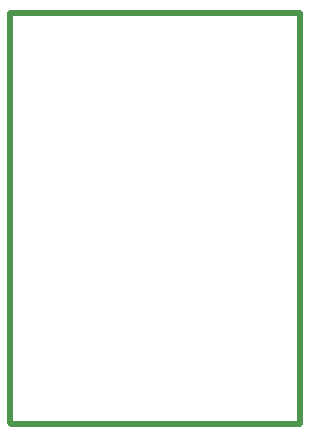
<source format=gbo>
G04*
G04 #@! TF.GenerationSoftware,Altium Limited,Altium Designer,20.1.14 (287)*
G04*
G04 Layer_Color=32896*
%FSLAX25Y25*%
%MOIN*%
G70*
G04*
G04 #@! TF.SameCoordinates,C6E2488E-A08A-4CE9-B207-DE92606EBE29*
G04*
G04*
G04 #@! TF.FilePolarity,Positive*
G04*
G01*
G75*
%ADD20C,0.02000*%
D20*
X1300Y900D02*
X97400D01*
X1000Y1200D02*
X1300Y900D01*
X1000Y1200D02*
Y137600D01*
X97400D01*
Y900D02*
Y137600D01*
M02*

</source>
